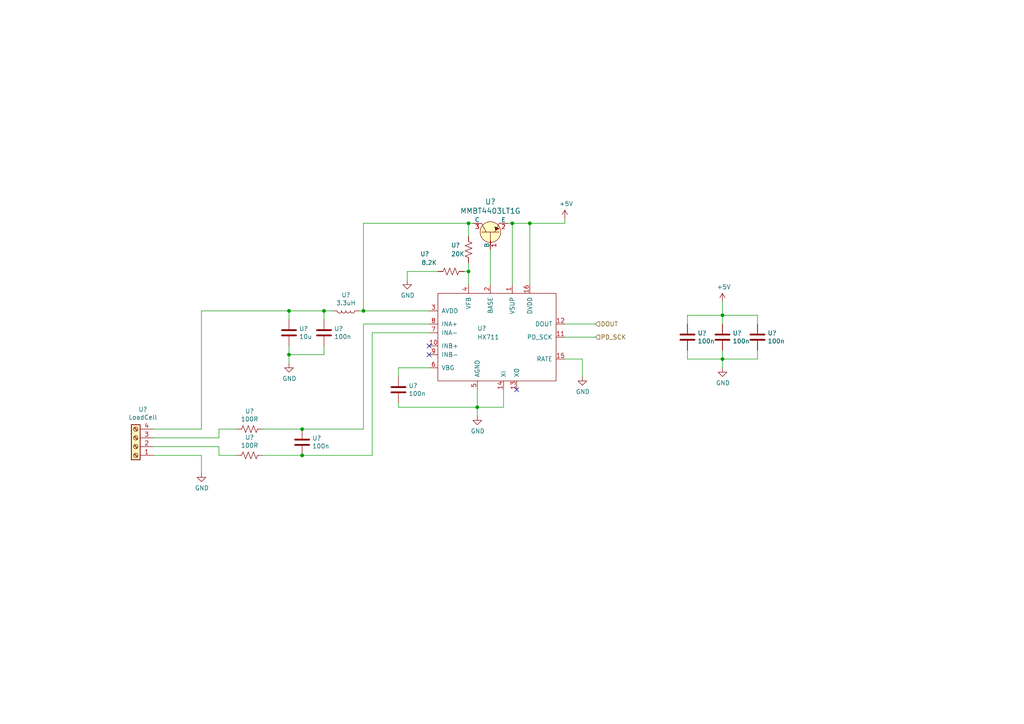
<source format=kicad_sch>
(kicad_sch (version 20211123) (generator eeschema)
  (paper "A4")
  (lib_symbols
    (symbol "MMTK-rescue:+5V-power-MMTK-rescue-MMTK-rescue" (power) (pin_names (offset 0))
      (property "Value" "MMTK-rescue_+5V-power-MMTK-rescue-MMTK-rescue" (at 0 3.556 0))
      (symbol "+5V-power-MMTK-rescue-MMTK-rescue_0_1"
        (polyline (pts (xy -0.762 1.27) (xy 0 2.54)))
        (polyline (pts (xy 0 0) (xy 0 2.54)))
        (polyline (pts (xy 0 2.54) (xy 0.762 1.27)))
      )
      (symbol "+5V-power-MMTK-rescue-MMTK-rescue_1_1"
        (pin power_in line (at 0 0 90) (length 0) hide (name "+5V") (number "1"))
      )
    )
    (symbol "MMTK-rescue:C-Device-MMTK-rescue-MMTK-rescue" (pin_numbers hide) (pin_names (offset 0.254))
      (property "Reference" "C" (at 0.635 2.54 0))
      (property "Value" "MMTK-rescue_C-Device-MMTK-rescue-MMTK-rescue" (at 0.635 -2.54 0))
      (symbol "C-Device-MMTK-rescue-MMTK-rescue_0_1"
        (polyline (pts (xy -2.032 -0.762) (xy 2.032 -0.762)) (stroke (width 0.508)))
        (polyline (pts (xy -2.032 0.762) (xy 2.032 0.762)) (stroke (width 0.508)))
      )
      (symbol "C-Device-MMTK-rescue-MMTK-rescue_1_1"
        (pin passive line (at 0 3.81 270) (length 2.794) (name "~") (number "1"))
        (pin passive line (at 0 -3.81 90) (length 2.794) (name "~") (number "2"))
      )
    )
    (symbol "MMTK-rescue:GND-power-MMTK-rescue-MMTK-rescue" (power) (pin_names (offset 0))
      (property "Value" "MMTK-rescue_GND-power-MMTK-rescue-MMTK-rescue" (at 0 -3.81 0))
      (symbol "GND-power-MMTK-rescue-MMTK-rescue_0_1"
        (polyline (pts (xy 0 0) (xy 0 -1.27) (xy 1.27 -1.27) (xy 0 -2.54) (xy -1.27 -1.27) (xy 0 -1.27)))
      )
      (symbol "GND-power-MMTK-rescue-MMTK-rescue_1_1"
        (pin power_in line (at 0 0 270) (length 0) hide (name "GND") (number "1"))
      )
    )
    (symbol "MMTK-rescue:L-Device-MMTK-rescue-MMTK-rescue" (pin_numbers hide) (pin_names (offset 1.016) hide)
      (property "Reference" "L" (at -1.27 0 90))
      (property "Value" "MMTK-rescue_L-Device-MMTK-rescue-MMTK-rescue" (at 1.905 0 90))
      (symbol "L-Device-MMTK-rescue-MMTK-rescue_0_1"
        (arc (start 0 -2.54) (mid 0.635 -1.905) (end 0 -1.27))
        (arc (start 0 -1.27) (mid 0.635 -0.635) (end 0 0))
        (arc (start 0 0) (mid 0.635 0.635) (end 0 1.27))
        (arc (start 0 1.27) (mid 0.635 1.905) (end 0 2.54))
      )
      (symbol "L-Device-MMTK-rescue-MMTK-rescue_1_1"
        (pin passive line (at 0 3.81 270) (length 1.27) (name "1") (number "1"))
        (pin passive line (at 0 -3.81 90) (length 1.27) (name "2") (number "2"))
      )
    )
    (symbol "MMTK-rescue:R_US-Device-MMTK-rescue-MMTK-rescue" (pin_numbers hide) (pin_names (offset 0))
      (property "Reference" "R" (at 2.54 0 90))
      (property "Value" "MMTK-rescue_R_US-Device-MMTK-rescue-MMTK-rescue" (at -2.54 0 90))
      (symbol "R_US-Device-MMTK-rescue-MMTK-rescue_0_1"
        (polyline (pts (xy 0 -2.286) (xy 0 -2.54)))
        (polyline (pts (xy 0 2.286) (xy 0 2.54)))
        (polyline (pts (xy 0 -0.762) (xy 1.016 -1.143) (xy 0 -1.524) (xy -1.016 -1.905) (xy 0 -2.286)))
        (polyline (pts (xy 0 0.762) (xy 1.016 0.381) (xy 0 0) (xy -1.016 -0.381) (xy 0 -0.762)))
        (polyline (pts (xy 0 2.286) (xy 1.016 1.905) (xy 0 1.524) (xy -1.016 1.143) (xy 0 0.762)))
      )
      (symbol "R_US-Device-MMTK-rescue-MMTK-rescue_1_1"
        (pin passive line (at 0 3.81 270) (length 1.27) (name "~") (number "1"))
        (pin passive line (at 0 -3.81 90) (length 1.27) (name "~") (number "2"))
      )
    )
    (symbol "MMTK-rescue:Screw_Terminal_01x04-Connector-MMTK-rescue-MMTK-rescue" (pin_names (offset 1.016) hide)
      (property "Reference" "J" (at 0 5.08 0))
      (property "Value" "MMTK-rescue_Screw_Terminal_01x04-Connector-MMTK-rescue-MMTK-rescue" (at 0 -7.62 0))
      (symbol "Screw_Terminal_01x04-Connector-MMTK-rescue-MMTK-rescue_1_1"
        (rectangle (start -1.27 3.81) (end 1.27 -6.35) (stroke (width 0.254)) (fill (type background)))
        (circle (center 0 -5.08) (radius 0.635) (stroke (width 0.1524)))
        (circle (center 0 -2.54) (radius 0.635) (stroke (width 0.1524)))
        (polyline (pts (xy -0.5334 -4.7498) (xy 0.3302 -5.588)) (stroke (width 0.1524)))
        (polyline (pts (xy -0.5334 -2.2098) (xy 0.3302 -3.048)) (stroke (width 0.1524)))
        (polyline (pts (xy -0.5334 0.3302) (xy 0.3302 -0.508)) (stroke (width 0.1524)))
        (polyline (pts (xy -0.5334 2.8702) (xy 0.3302 2.032)) (stroke (width 0.1524)))
        (polyline (pts (xy -0.3556 -4.572) (xy 0.508 -5.4102)) (stroke (width 0.1524)))
        (polyline (pts (xy -0.3556 -2.032) (xy 0.508 -2.8702)) (stroke (width 0.1524)))
        (polyline (pts (xy -0.3556 0.508) (xy 0.508 -0.3302)) (stroke (width 0.1524)))
        (polyline (pts (xy -0.3556 3.048) (xy 0.508 2.2098)) (stroke (width 0.1524)))
        (circle (center 0 0) (radius 0.635) (stroke (width 0.1524)))
        (circle (center 0 2.54) (radius 0.635) (stroke (width 0.1524)))
        (pin passive line (at -5.08 2.54 0) (length 3.81) (name "Pin_1") (number "1"))
        (pin passive line (at -5.08 0 0) (length 3.81) (name "Pin_2") (number "2"))
        (pin passive line (at -5.08 -2.54 0) (length 3.81) (name "Pin_3") (number "3"))
        (pin passive line (at -5.08 -5.08 0) (length 3.81) (name "Pin_4") (number "4"))
      )
    )
    (symbol "MMTK:HX711" (pin_names (offset 1.016))
      (property "Reference" "U" (at -6.35 3.81 0))
      (property "Value" "HX711" (at -3.81 1.27 0))
      (symbol "HX711_0_1"
        (rectangle (start 0 0) (end 34.29 -25.4))
      )
      (symbol "HX711_1_1"
        (pin input line (at 21.59 2.54 270) (length 2.54) (name "VSUP") (number "1"))
        (pin input line (at -2.54 -15.24 0) (length 2.54) (name "INB+") (number "10"))
        (pin bidirectional line (at 36.83 -12.7 180) (length 2.54) (name "PD_SCK") (number "11"))
        (pin bidirectional line (at 36.83 -8.89 180) (length 2.54) (name "DOUT") (number "12"))
        (pin bidirectional line (at 22.86 -27.94 90) (length 2.54) (name "XO") (number "13"))
        (pin bidirectional line (at 19.05 -27.94 90) (length 2.54) (name "XI") (number "14"))
        (pin bidirectional line (at 36.83 -19.05 180) (length 2.54) (name "RATE") (number "15"))
        (pin power_in line (at 26.67 2.54 270) (length 2.54) (name "DVDD") (number "16"))
        (pin output line (at 15.24 2.54 270) (length 2.54) (name "BASE") (number "2"))
        (pin power_in line (at -2.54 -5.08 0) (length 2.54) (name "AVDD") (number "3"))
        (pin input line (at 8.89 2.54 270) (length 2.54) (name "VFB") (number "4"))
        (pin bidirectional line (at 11.43 -27.94 90) (length 2.54) (name "AGND") (number "5"))
        (pin passive line (at -2.54 -21.59 0) (length 2.54) (name "VBG") (number "6"))
        (pin input line (at -2.54 -11.43 0) (length 2.54) (name "INA-") (number "7"))
        (pin input line (at -2.54 -8.89 0) (length 2.54) (name "INA+") (number "8"))
        (pin input line (at -2.54 -17.78 0) (length 2.54) (name "INB-") (number "9"))
      )
    )
    (symbol "dk_Transistors-Bipolar-BJT-Single:MMBT4403LT1G" (pin_names (offset 0))
      (property "Reference" "Q" (at -2.3876 3.9116 0))
      (property "Value" "dk_Transistors-Bipolar-BJT-Single_MMBT4403LT1G" (at 5.08 0 90))
      (symbol "MMBT4403LT1G_0_1"
        (polyline (pts (xy -3.81 0) (xy -2.54 0)))
        (polyline (pts (xy -3.556 0) (xy 0 0)))
        (polyline (pts (xy 0 -1.27) (xy 2.54 -2.54)))
        (polyline (pts (xy 0 1.27) (xy 2.54 2.54)))
        (polyline (pts (xy 0 2.54) (xy 0 -2.54)))
        (polyline (pts (xy 1.016 2.54) (xy 0.508 1.524) (xy 1.524 1.27) (xy 1.016 2.54)) (fill (type outline)))
        (circle (center 0 0) (radius 2.9972) (fill (type background)))
      )
      (symbol "MMBT4403LT1G_1_1"
        (pin input line (at -5.08 0 0) (length 2.54) (name "B") (number "1"))
        (pin passive line (at 2.54 5.08 270) (length 2.54) (name "E") (number "2"))
        (pin passive line (at 2.54 -5.08 90) (length 2.54) (name "C") (number "3"))
      )
    )
  )
  (junction (at 209.55 104.14))
  (junction (at 148.59 64.77))
  (junction (at 83.82 90.17))
  (junction (at 135.89 78.74))
  (junction (at 209.55 91.44))
  (junction (at 105.41 90.17))
  (junction (at 93.98 90.17))
  (junction (at 135.89 64.77))
  (junction (at 87.63 132.08))
  (junction (at 87.63 124.46))
  (junction (at 138.43 118.11))
  (junction (at 153.67 64.77))
  (junction (at 83.82 102.87))
  (no_connect (at 124.46 102.87))
  (no_connect (at 124.46 100.33))
  (no_connect (at 149.86 113.03))
  (wire (pts (xy 107.95 132.08) (xy 87.63 132.08)))
  (wire (pts (xy 63.5 129.54) (xy 44.45 129.54)))
  (wire (pts (xy 93.98 90.17) (xy 96.52 90.17)))
  (wire (pts (xy 153.67 64.77) (xy 153.67 82.55)))
  (wire (pts (xy 44.45 127) (xy 63.5 127)))
  (wire (pts (xy 199.39 93.98) (xy 199.39 91.44)))
  (wire (pts (xy 63.5 124.46) (xy 68.58 124.46)))
  (wire (pts (xy 148.59 64.77) (xy 148.59 82.55)))
  (wire (pts (xy 135.89 76.2) (xy 135.89 78.74)))
  (wire (pts (xy 138.43 120.65) (xy 138.43 118.11)))
  (wire (pts (xy 83.82 102.87) (xy 93.98 102.87)))
  (wire (pts (xy 93.98 102.87) (xy 93.98 100.33)))
  (wire (pts (xy 118.11 81.28) (xy 118.11 78.74)))
  (wire (pts (xy 87.63 132.08) (xy 76.2 132.08)))
  (wire (pts (xy 148.59 64.77) (xy 153.67 64.77)))
  (wire (pts (xy 142.24 72.39) (xy 142.24 82.55)))
  (wire (pts (xy 163.83 97.79) (xy 172.72 97.79)))
  (wire (pts (xy 115.57 106.68) (xy 124.46 106.68)))
  (wire (pts (xy 83.82 92.71) (xy 83.82 90.17)))
  (wire (pts (xy 83.82 90.17) (xy 93.98 90.17)))
  (wire (pts (xy 115.57 118.11) (xy 138.43 118.11)))
  (wire (pts (xy 199.39 91.44) (xy 209.55 91.44)))
  (wire (pts (xy 87.63 124.46) (xy 105.41 124.46)))
  (wire (pts (xy 107.95 96.52) (xy 107.95 132.08)))
  (wire (pts (xy 76.2 124.46) (xy 87.63 124.46)))
  (wire (pts (xy 146.05 118.11) (xy 146.05 113.03)))
  (wire (pts (xy 199.39 101.6) (xy 199.39 104.14)))
  (wire (pts (xy 209.55 104.14) (xy 219.71 104.14)))
  (wire (pts (xy 135.89 78.74) (xy 135.89 82.55)))
  (wire (pts (xy 63.5 132.08) (xy 63.5 129.54)))
  (wire (pts (xy 115.57 116.84) (xy 115.57 118.11)))
  (wire (pts (xy 68.58 132.08) (xy 63.5 132.08)))
  (wire (pts (xy 105.41 90.17) (xy 104.14 90.17)))
  (wire (pts (xy 83.82 105.41) (xy 83.82 102.87)))
  (wire (pts (xy 44.45 124.46) (xy 58.42 124.46)))
  (wire (pts (xy 58.42 124.46) (xy 58.42 90.17)))
  (wire (pts (xy 105.41 64.77) (xy 135.89 64.77)))
  (wire (pts (xy 135.89 68.58) (xy 135.89 64.77)))
  (wire (pts (xy 105.41 64.77) (xy 105.41 90.17)))
  (wire (pts (xy 124.46 93.98) (xy 105.41 93.98)))
  (wire (pts (xy 134.62 78.74) (xy 135.89 78.74)))
  (wire (pts (xy 58.42 90.17) (xy 83.82 90.17)))
  (wire (pts (xy 105.41 93.98) (xy 105.41 124.46)))
  (wire (pts (xy 147.32 64.77) (xy 148.59 64.77)))
  (wire (pts (xy 135.89 64.77) (xy 137.16 64.77)))
  (wire (pts (xy 44.45 132.08) (xy 58.42 132.08)))
  (wire (pts (xy 199.39 104.14) (xy 209.55 104.14)))
  (wire (pts (xy 138.43 118.11) (xy 146.05 118.11)))
  (wire (pts (xy 219.71 91.44) (xy 219.71 93.98)))
  (wire (pts (xy 58.42 132.08) (xy 58.42 137.16)))
  (wire (pts (xy 163.83 93.98) (xy 172.72 93.98)))
  (wire (pts (xy 83.82 100.33) (xy 83.82 102.87)))
  (wire (pts (xy 153.67 64.77) (xy 163.83 64.77)))
  (wire (pts (xy 163.83 64.77) (xy 163.83 63.5)))
  (wire (pts (xy 209.55 91.44) (xy 219.71 91.44)))
  (wire (pts (xy 209.55 93.98) (xy 209.55 91.44)))
  (wire (pts (xy 219.71 104.14) (xy 219.71 101.6)))
  (wire (pts (xy 209.55 106.68) (xy 209.55 104.14)))
  (wire (pts (xy 63.5 127) (xy 63.5 124.46)))
  (wire (pts (xy 168.91 104.14) (xy 168.91 109.22)))
  (wire (pts (xy 209.55 101.6) (xy 209.55 104.14)))
  (wire (pts (xy 105.41 90.17) (xy 124.46 90.17)))
  (wire (pts (xy 163.83 104.14) (xy 168.91 104.14)))
  (wire (pts (xy 124.46 96.52) (xy 107.95 96.52)))
  (wire (pts (xy 138.43 118.11) (xy 138.43 113.03)))
  (wire (pts (xy 93.98 90.17) (xy 93.98 92.71)))
  (wire (pts (xy 115.57 109.22) (xy 115.57 106.68)))
  (wire (pts (xy 209.55 87.63) (xy 209.55 91.44)))
  (wire (pts (xy 118.11 78.74) (xy 127 78.74)))
  (hierarchical_label "DOUT" (shape input) (at 172.72 93.98 0))
  (hierarchical_label "PD_SCK" (shape input) (at 172.72 97.79 0))
  (symbol (lib_id "MMTK:HX711") (at 127 85.09 0) (unit 1)
    (property "Value" "HX711" (at 138.43 97.79 0) (effects (justify left)))
    (property "Footprint" "Package_SO:SOIC-16_3.9x9.9mm_P1.27mm" (effects hide))
  )
  (symbol (lib_id "MMTK-rescue:R_US-Device-MMTK-rescue-MMTK-rescue") (at 135.89 72.39 180) (unit 1)
    (property "Value" "20K" (at 130.81 73.66 0) (effects (justify right)))
    (property "Footprint" "Resistor_SMD:R_0603_1608Metric" (effects hide))
  )
  (symbol (lib_id "MMTK-rescue:R_US-Device-MMTK-rescue-MMTK-rescue") (at 130.81 78.74 90) (unit 1)
    (property "Value" "8.2K" (at 124.46 76.2 90))
    (property "Footprint" "Resistor_SMD:R_0603_1608Metric" (effects hide))
  )
  (symbol (lib_id "MMTK-rescue:GND-power-MMTK-rescue-MMTK-rescue") (at 118.11 81.28 0) (unit 1)
    (property "Value" "GND" (at 118.237 85.6742 0))
  )
  (symbol (lib_id "MMTK-rescue:C-Device-MMTK-rescue-MMTK-rescue") (at 115.57 113.03 0) (unit 1)
    (property "Value" "100n" (at 118.491 114.173 0) (effects (justify left)))
    (property "Footprint" "Capacitor_SMD:C_0603_1608Metric" (effects hide))
  )
  (symbol (lib_id "MMTK-rescue:GND-power-MMTK-rescue-MMTK-rescue") (at 138.43 120.65 0) (unit 1)
    (property "Value" "GND" (at 138.557 125.0442 0))
  )
  (symbol (lib_id "MMTK-rescue:GND-power-MMTK-rescue-MMTK-rescue") (at 168.91 109.22 0) (unit 1)
    (property "Value" "GND" (at 169.037 113.6142 0))
  )
  (symbol (lib_id "MMTK-rescue:C-Device-MMTK-rescue-MMTK-rescue") (at 83.82 96.52 0) (unit 1)
    (property "Value" "10u" (at 86.741 97.663 0) (effects (justify left)))
    (property "Footprint" "Capacitor_SMD:C_1206_3216Metric" (effects hide))
  )
  (symbol (lib_id "MMTK-rescue:C-Device-MMTK-rescue-MMTK-rescue") (at 199.39 97.79 0) (unit 1)
    (property "Value" "100n" (at 202.311 98.933 0) (effects (justify left)))
    (property "Footprint" "Capacitor_SMD:C_0603_1608Metric" (effects hide))
  )
  (symbol (lib_id "MMTK-rescue:C-Device-MMTK-rescue-MMTK-rescue") (at 209.55 97.79 0) (unit 1)
    (property "Value" "100n" (at 212.471 98.933 0) (effects (justify left)))
    (property "Footprint" "Capacitor_SMD:C_0603_1608Metric" (effects hide))
  )
  (symbol (lib_id "MMTK-rescue:C-Device-MMTK-rescue-MMTK-rescue") (at 93.98 96.52 0) (unit 1)
    (property "Value" "100n" (at 96.901 97.663 0) (effects (justify left)))
    (property "Footprint" "Capacitor_SMD:C_0603_1608Metric" (effects hide))
  )
  (symbol (lib_id "MMTK-rescue:C-Device-MMTK-rescue-MMTK-rescue") (at 219.71 97.79 0) (unit 1)
    (property "Value" "100n" (at 222.631 98.933 0) (effects (justify left)))
    (property "Footprint" "Capacitor_SMD:C_0603_1608Metric" (effects hide))
  )
  (symbol (lib_id "MMTK-rescue:L-Device-MMTK-rescue-MMTK-rescue") (at 100.33 90.17 270) (unit 1)
    (property "Value" "3.3uH" (at 100.33 87.884 90))
    (property "Footprint" "Inductor_SMD:L_0805_2012Metric" (effects hide))
  )
  (symbol (lib_id "MMTK-rescue:GND-power-MMTK-rescue-MMTK-rescue") (at 83.82 105.41 0) (unit 1)
    (property "Value" "GND" (at 83.947 109.8042 0))
  )
  (symbol (lib_id "MMTK-rescue:GND-power-MMTK-rescue-MMTK-rescue") (at 209.55 106.68 0) (unit 1)
    (property "Value" "GND" (at 209.677 111.0742 0))
  )
  (symbol (lib_id "MMTK-rescue:+5V-power-MMTK-rescue-MMTK-rescue") (at 163.83 63.5 0) (unit 1)
    (property "Value" "+5V" (at 164.211 59.1058 0))
  )
  (symbol (lib_id "MMTK-rescue:+5V-power-MMTK-rescue-MMTK-rescue") (at 209.55 87.63 0) (unit 1)
    (property "Value" "+5V" (at 209.931 83.2358 0))
  )
  (symbol (lib_id "MMTK-rescue:C-Device-MMTK-rescue-MMTK-rescue") (at 87.63 128.27 0) (unit 1)
    (property "Value" "100n" (at 90.551 129.413 0) (effects (justify left)))
    (property "Footprint" "Capacitor_SMD:C_0603_1608Metric" (effects hide))
  )
  (symbol (lib_id "MMTK-rescue:R_US-Device-MMTK-rescue-MMTK-rescue") (at 72.39 132.08 270) (unit 1)
    (property "Value" "100R" (at 72.39 129.1844 90))
    (property "Footprint" "Resistor_SMD:R_0603_1608Metric" (effects hide))
  )
  (symbol (lib_id "MMTK-rescue:R_US-Device-MMTK-rescue-MMTK-rescue") (at 72.39 124.46 270) (unit 1)
    (property "Value" "100R" (at 72.39 121.5644 90))
    (property "Footprint" "Resistor_SMD:R_0603_1608Metric" (effects hide))
  )
  (symbol (lib_id "MMTK-rescue:GND-power-MMTK-rescue-MMTK-rescue") (at 58.42 137.16 0) (unit 1)
    (property "Value" "GND" (at 58.547 141.5542 0))
  )
  (symbol (lib_id "MMTK-rescue:Screw_Terminal_01x04-Connector-MMTK-rescue-MMTK-rescue") (at 39.37 129.54 180) (unit 1)
    (property "Value" "LoadCell" (at 41.4528 121.0564 0))
    (property "Footprint" "TerminalBlock_Phoenix:TerminalBlock_Phoenix_PT-1,5-4-3.5-H_1x04_P3.50mm_Horizontal" (effects hide))
  )
  (symbol (lib_id "dk_Transistors-Bipolar-BJT-Single:MMBT4403LT1G") (at 142.24 67.31 270) (mirror x) (unit 1)
    (property "Value" "MMBT4403LT1G" (at 142.24 61.1886 90) (effects (font (size 1.524 1.524))))
    (property "Footprint" "digikey-footprints:SOT-23-3" (effects hide))
    (property "Datasheet" "http://www.onsemi.com/pub/Collateral/MMBT4403LT1-D.PDF" (effects hide))
    (property "Digi-Key_PN" "MMBT4403LT1GOSCT-ND" (effects hide))
    (property "MPN" "MMBT4403LT1G" (effects hide))
    (property "Category" "Discrete Semiconductor Products" (effects hide))
    (property "Family" "Transistors - Bipolar (BJT) - Single" (effects hide))
    (property "DK_Datasheet_Link" "http://www.onsemi.com/pub/Collateral/MMBT4403LT1-D.PDF" (effects hide))
    (property "DK_Detail_Page" "/product-detail/en/on-semiconductor/MMBT4403LT1G/MMBT4403LT1GOSCT-ND/1139820" (effects hide))
    (property "Description" "TRANS PNP 40V 0.6A SOT23" (effects hide))
    (property "Manufacturer" "ON Semiconductor" (effects hide))
    (property "Status" "Active" (effects hide))
  )
)
</source>
